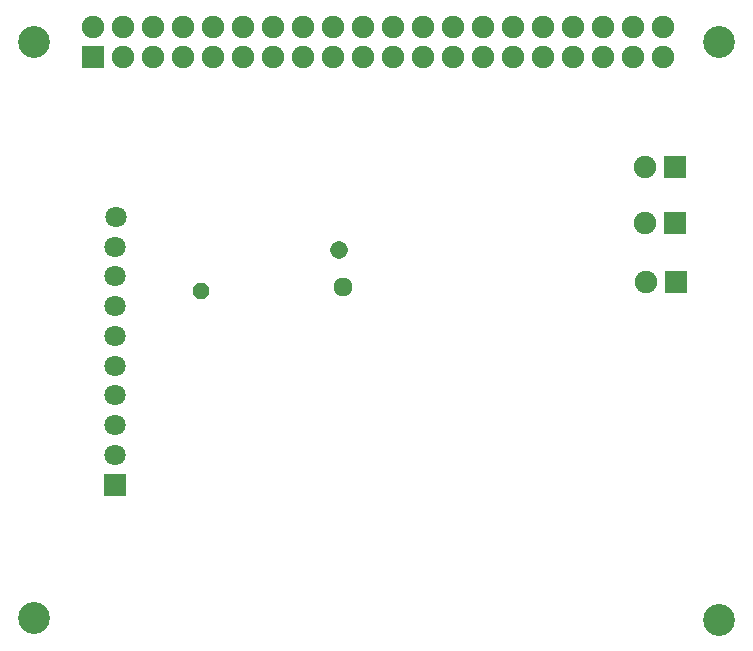
<source format=gbr>
G04 DipTrace 3.3.1.3*
G04 BottomMask.gbr*
%MOIN*%
G04 #@! TF.FileFunction,Soldermask,Bot*
G04 #@! TF.Part,Single*
%AMOUTLINE22*
4,1,16,
0.027954,0.00556,
0.027954,-0.00556,
0.023699,-0.015835,
0.015835,-0.023699,
0.00556,-0.027954,
-0.00556,-0.027954,
-0.015835,-0.023699,
-0.023699,-0.015835,
-0.027954,-0.00556,
-0.027954,0.00556,
-0.023699,0.015835,
-0.015835,0.023699,
-0.00556,0.027954,
0.00556,0.027954,
0.015835,0.023699,
0.023699,0.015835,
0.027954,0.00556,
0*%
%AMOUTLINE25*
4,1,16,
0.028341,0.005637,
0.028341,-0.005637,
0.024027,-0.016054,
0.016054,-0.024027,
0.005637,-0.028341,
-0.005637,-0.028341,
-0.016054,-0.024027,
-0.024027,-0.016054,
-0.028341,-0.005637,
-0.028341,0.005637,
-0.024027,0.016054,
-0.016054,0.024027,
-0.005637,0.028341,
0.005637,0.028341,
0.016054,0.024027,
0.024027,0.016054,
0.028341,0.005637,
0*%
%AMOUTLINE28*
4,1,16,
0.030966,0.00616,
0.030966,-0.00616,
0.026252,-0.017541,
0.017541,-0.026252,
0.00616,-0.030966,
-0.00616,-0.030966,
-0.017541,-0.026252,
-0.026252,-0.017541,
-0.030966,-0.00616,
-0.030966,0.00616,
-0.026252,0.017541,
-0.017541,0.026252,
-0.00616,0.030966,
0.00616,0.030966,
0.017541,0.026252,
0.026252,0.017541,
0.030966,0.00616,
0*%
%AMOUTLINE31*
4,1,4,
-0.035433,-0.035433,
-0.035433,0.035433,
0.035433,0.035433,
0.035433,-0.035433,
-0.035433,-0.035433,
0*%
%ADD39C,0.106299*%
%ADD48C,0.074803*%
%ADD50R,0.074803X0.074803*%
%ADD54C,0.070866*%
%ADD97OUTLINE22*%
%ADD100OUTLINE25*%
%ADD103OUTLINE28*%
%ADD106OUTLINE31*%
%FSLAX26Y26*%
G04*
G70*
G90*
G75*
G01*
G04 BotMask*
%LPD*%
D97*
X1091328Y1629403D3*
D100*
X1552795Y1765651D3*
D103*
X1565476Y1644819D3*
D106*
X805488Y983903D3*
D54*
Y1085415D3*
Y1183840D3*
Y1282265D3*
Y1380690D3*
Y1479115D3*
X804059Y1579957D3*
X805488Y1679232D3*
Y1778343D3*
X806908Y1876241D3*
D39*
X534689Y539869D3*
X2819215Y2459860D3*
X535234Y2459454D3*
D50*
X733091Y2411770D3*
D48*
Y2511770D3*
X833091Y2411770D3*
Y2511770D3*
X933091Y2411770D3*
Y2511770D3*
X1033091Y2411770D3*
Y2511770D3*
X1133091Y2411770D3*
Y2511770D3*
X1233091Y2411770D3*
Y2511770D3*
X1333091Y2411770D3*
Y2511770D3*
X1433091Y2411770D3*
Y2511770D3*
X1533091Y2411770D3*
Y2511770D3*
X1633091Y2411770D3*
Y2511770D3*
X1733091Y2411770D3*
Y2511770D3*
X1833091Y2411770D3*
Y2511770D3*
X1933091Y2411770D3*
Y2511770D3*
X2033091Y2411770D3*
Y2511770D3*
X2133091Y2411770D3*
Y2511770D3*
X2233091Y2411770D3*
Y2511770D3*
X2333091Y2411770D3*
Y2511770D3*
X2433091Y2411770D3*
Y2511770D3*
X2533091Y2411770D3*
Y2511770D3*
X2633091Y2411770D3*
Y2511770D3*
D39*
X2818608Y535269D3*
D50*
X2671921Y2042369D3*
D48*
X2571921D3*
D50*
X2670990Y1855769D3*
D48*
X2570990D3*
D50*
X2674433Y1661896D3*
D48*
X2574433D3*
M02*

</source>
